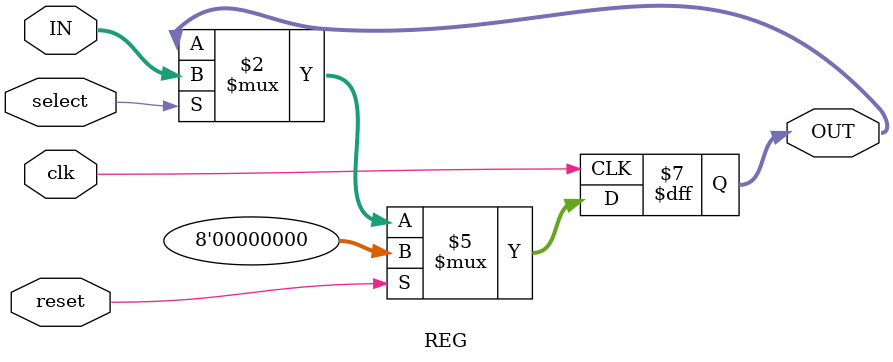
<source format=v>
`timescale 1ns / 1ps

module REG #(parameter DATA_WIDTH = 8) (
    input wire clk, reset, select,
    input wire [DATA_WIDTH-1:0] IN,
    output reg [DATA_WIDTH-1:0] OUT
);

    always @(posedge clk) begin
        if (reset) begin
            OUT <= {DATA_WIDTH{1'b0}};
        end 
        else if(select) begin
            OUT <= IN;
        end
    end

endmodule

</source>
